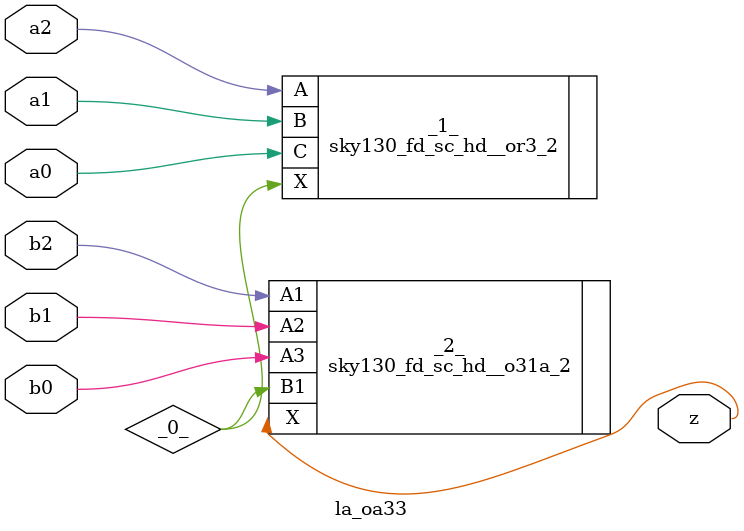
<source format=v>

module la_oa33(a0, a1, a2, b0, b1, b2, z);
  wire _0_;
  input a0;
  input a1;
  input a2;
  input b0;
  input b1;
  input b2;
  output z;
  sky130_fd_sc_hd__or3_2 _1_ (
    .A(a2),
    .B(a1),
    .C(a0),
    .X(_0_)
  );
  sky130_fd_sc_hd__o31a_2 _2_ (
    .A1(b2),
    .A2(b1),
    .A3(b0),
    .B1(_0_),
    .X(z)
  );
endmodule

</source>
